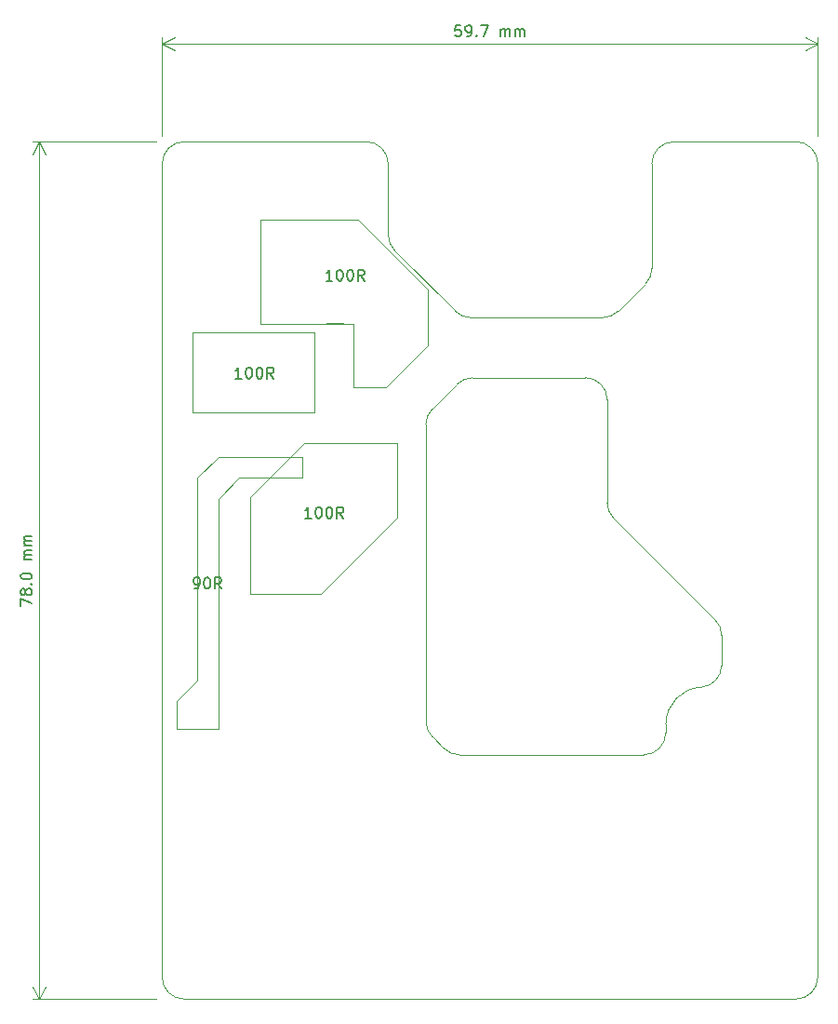
<source format=gbr>
G04 #@! TF.GenerationSoftware,KiCad,Pcbnew,9.0.3*
G04 #@! TF.CreationDate,2026-01-27T18:52:10+01:00*
G04 #@! TF.ProjectId,CM5IO,434d3549-4f2e-46b6-9963-61645f706362,rev?*
G04 #@! TF.SameCoordinates,Original*
G04 #@! TF.FileFunction,Other,ECO1*
%FSLAX46Y46*%
G04 Gerber Fmt 4.6, Leading zero omitted, Abs format (unit mm)*
G04 Created by KiCad (PCBNEW 9.0.3) date 2026-01-27 18:52:10*
%MOMM*%
%LPD*%
G01*
G04 APERTURE LIST*
%ADD10C,0.150000*%
%ADD11C,0.100000*%
G04 #@! TA.AperFunction,Profile*
%ADD12C,0.050000*%
G04 #@! TD*
G04 APERTURE END LIST*
D10*
X161776988Y-81170019D02*
X161205560Y-81170019D01*
X161491274Y-81170019D02*
X161491274Y-80170019D01*
X161491274Y-80170019D02*
X161396036Y-80312876D01*
X161396036Y-80312876D02*
X161300798Y-80408114D01*
X161300798Y-80408114D02*
X161205560Y-80455733D01*
X162396036Y-80170019D02*
X162491274Y-80170019D01*
X162491274Y-80170019D02*
X162586512Y-80217638D01*
X162586512Y-80217638D02*
X162634131Y-80265257D01*
X162634131Y-80265257D02*
X162681750Y-80360495D01*
X162681750Y-80360495D02*
X162729369Y-80550971D01*
X162729369Y-80550971D02*
X162729369Y-80789066D01*
X162729369Y-80789066D02*
X162681750Y-80979542D01*
X162681750Y-80979542D02*
X162634131Y-81074780D01*
X162634131Y-81074780D02*
X162586512Y-81122400D01*
X162586512Y-81122400D02*
X162491274Y-81170019D01*
X162491274Y-81170019D02*
X162396036Y-81170019D01*
X162396036Y-81170019D02*
X162300798Y-81122400D01*
X162300798Y-81122400D02*
X162253179Y-81074780D01*
X162253179Y-81074780D02*
X162205560Y-80979542D01*
X162205560Y-80979542D02*
X162157941Y-80789066D01*
X162157941Y-80789066D02*
X162157941Y-80550971D01*
X162157941Y-80550971D02*
X162205560Y-80360495D01*
X162205560Y-80360495D02*
X162253179Y-80265257D01*
X162253179Y-80265257D02*
X162300798Y-80217638D01*
X162300798Y-80217638D02*
X162396036Y-80170019D01*
X163348417Y-80170019D02*
X163443655Y-80170019D01*
X163443655Y-80170019D02*
X163538893Y-80217638D01*
X163538893Y-80217638D02*
X163586512Y-80265257D01*
X163586512Y-80265257D02*
X163634131Y-80360495D01*
X163634131Y-80360495D02*
X163681750Y-80550971D01*
X163681750Y-80550971D02*
X163681750Y-80789066D01*
X163681750Y-80789066D02*
X163634131Y-80979542D01*
X163634131Y-80979542D02*
X163586512Y-81074780D01*
X163586512Y-81074780D02*
X163538893Y-81122400D01*
X163538893Y-81122400D02*
X163443655Y-81170019D01*
X163443655Y-81170019D02*
X163348417Y-81170019D01*
X163348417Y-81170019D02*
X163253179Y-81122400D01*
X163253179Y-81122400D02*
X163205560Y-81074780D01*
X163205560Y-81074780D02*
X163157941Y-80979542D01*
X163157941Y-80979542D02*
X163110322Y-80789066D01*
X163110322Y-80789066D02*
X163110322Y-80550971D01*
X163110322Y-80550971D02*
X163157941Y-80360495D01*
X163157941Y-80360495D02*
X163205560Y-80265257D01*
X163205560Y-80265257D02*
X163253179Y-80217638D01*
X163253179Y-80217638D02*
X163348417Y-80170019D01*
X164681750Y-81170019D02*
X164348417Y-80693828D01*
X164110322Y-81170019D02*
X164110322Y-80170019D01*
X164110322Y-80170019D02*
X164491274Y-80170019D01*
X164491274Y-80170019D02*
X164586512Y-80217638D01*
X164586512Y-80217638D02*
X164634131Y-80265257D01*
X164634131Y-80265257D02*
X164681750Y-80360495D01*
X164681750Y-80360495D02*
X164681750Y-80503352D01*
X164681750Y-80503352D02*
X164634131Y-80598590D01*
X164634131Y-80598590D02*
X164586512Y-80646209D01*
X164586512Y-80646209D02*
X164491274Y-80693828D01*
X164491274Y-80693828D02*
X164110322Y-80693828D01*
D11*
X170441400Y-81944722D02*
X170441400Y-87015200D01*
X166631400Y-90825200D01*
X163657800Y-90825200D01*
X163657800Y-85110200D01*
X155201400Y-85110200D01*
X155201400Y-75585200D01*
X164081878Y-75585200D01*
X170441400Y-81944722D01*
D10*
X153521988Y-90060019D02*
X152950560Y-90060019D01*
X153236274Y-90060019D02*
X153236274Y-89060019D01*
X153236274Y-89060019D02*
X153141036Y-89202876D01*
X153141036Y-89202876D02*
X153045798Y-89298114D01*
X153045798Y-89298114D02*
X152950560Y-89345733D01*
X154141036Y-89060019D02*
X154236274Y-89060019D01*
X154236274Y-89060019D02*
X154331512Y-89107638D01*
X154331512Y-89107638D02*
X154379131Y-89155257D01*
X154379131Y-89155257D02*
X154426750Y-89250495D01*
X154426750Y-89250495D02*
X154474369Y-89440971D01*
X154474369Y-89440971D02*
X154474369Y-89679066D01*
X154474369Y-89679066D02*
X154426750Y-89869542D01*
X154426750Y-89869542D02*
X154379131Y-89964780D01*
X154379131Y-89964780D02*
X154331512Y-90012400D01*
X154331512Y-90012400D02*
X154236274Y-90060019D01*
X154236274Y-90060019D02*
X154141036Y-90060019D01*
X154141036Y-90060019D02*
X154045798Y-90012400D01*
X154045798Y-90012400D02*
X153998179Y-89964780D01*
X153998179Y-89964780D02*
X153950560Y-89869542D01*
X153950560Y-89869542D02*
X153902941Y-89679066D01*
X153902941Y-89679066D02*
X153902941Y-89440971D01*
X153902941Y-89440971D02*
X153950560Y-89250495D01*
X153950560Y-89250495D02*
X153998179Y-89155257D01*
X153998179Y-89155257D02*
X154045798Y-89107638D01*
X154045798Y-89107638D02*
X154141036Y-89060019D01*
X155093417Y-89060019D02*
X155188655Y-89060019D01*
X155188655Y-89060019D02*
X155283893Y-89107638D01*
X155283893Y-89107638D02*
X155331512Y-89155257D01*
X155331512Y-89155257D02*
X155379131Y-89250495D01*
X155379131Y-89250495D02*
X155426750Y-89440971D01*
X155426750Y-89440971D02*
X155426750Y-89679066D01*
X155426750Y-89679066D02*
X155379131Y-89869542D01*
X155379131Y-89869542D02*
X155331512Y-89964780D01*
X155331512Y-89964780D02*
X155283893Y-90012400D01*
X155283893Y-90012400D02*
X155188655Y-90060019D01*
X155188655Y-90060019D02*
X155093417Y-90060019D01*
X155093417Y-90060019D02*
X154998179Y-90012400D01*
X154998179Y-90012400D02*
X154950560Y-89964780D01*
X154950560Y-89964780D02*
X154902941Y-89869542D01*
X154902941Y-89869542D02*
X154855322Y-89679066D01*
X154855322Y-89679066D02*
X154855322Y-89440971D01*
X154855322Y-89440971D02*
X154902941Y-89250495D01*
X154902941Y-89250495D02*
X154950560Y-89155257D01*
X154950560Y-89155257D02*
X154998179Y-89107638D01*
X154998179Y-89107638D02*
X155093417Y-89060019D01*
X156426750Y-90060019D02*
X156093417Y-89583828D01*
X155855322Y-90060019D02*
X155855322Y-89060019D01*
X155855322Y-89060019D02*
X156236274Y-89060019D01*
X156236274Y-89060019D02*
X156331512Y-89107638D01*
X156331512Y-89107638D02*
X156379131Y-89155257D01*
X156379131Y-89155257D02*
X156426750Y-89250495D01*
X156426750Y-89250495D02*
X156426750Y-89393352D01*
X156426750Y-89393352D02*
X156379131Y-89488590D01*
X156379131Y-89488590D02*
X156331512Y-89536209D01*
X156331512Y-89536209D02*
X156236274Y-89583828D01*
X156236274Y-89583828D02*
X155855322Y-89583828D01*
X159871988Y-102760019D02*
X159300560Y-102760019D01*
X159586274Y-102760019D02*
X159586274Y-101760019D01*
X159586274Y-101760019D02*
X159491036Y-101902876D01*
X159491036Y-101902876D02*
X159395798Y-101998114D01*
X159395798Y-101998114D02*
X159300560Y-102045733D01*
X160491036Y-101760019D02*
X160586274Y-101760019D01*
X160586274Y-101760019D02*
X160681512Y-101807638D01*
X160681512Y-101807638D02*
X160729131Y-101855257D01*
X160729131Y-101855257D02*
X160776750Y-101950495D01*
X160776750Y-101950495D02*
X160824369Y-102140971D01*
X160824369Y-102140971D02*
X160824369Y-102379066D01*
X160824369Y-102379066D02*
X160776750Y-102569542D01*
X160776750Y-102569542D02*
X160729131Y-102664780D01*
X160729131Y-102664780D02*
X160681512Y-102712400D01*
X160681512Y-102712400D02*
X160586274Y-102760019D01*
X160586274Y-102760019D02*
X160491036Y-102760019D01*
X160491036Y-102760019D02*
X160395798Y-102712400D01*
X160395798Y-102712400D02*
X160348179Y-102664780D01*
X160348179Y-102664780D02*
X160300560Y-102569542D01*
X160300560Y-102569542D02*
X160252941Y-102379066D01*
X160252941Y-102379066D02*
X160252941Y-102140971D01*
X160252941Y-102140971D02*
X160300560Y-101950495D01*
X160300560Y-101950495D02*
X160348179Y-101855257D01*
X160348179Y-101855257D02*
X160395798Y-101807638D01*
X160395798Y-101807638D02*
X160491036Y-101760019D01*
X161443417Y-101760019D02*
X161538655Y-101760019D01*
X161538655Y-101760019D02*
X161633893Y-101807638D01*
X161633893Y-101807638D02*
X161681512Y-101855257D01*
X161681512Y-101855257D02*
X161729131Y-101950495D01*
X161729131Y-101950495D02*
X161776750Y-102140971D01*
X161776750Y-102140971D02*
X161776750Y-102379066D01*
X161776750Y-102379066D02*
X161729131Y-102569542D01*
X161729131Y-102569542D02*
X161681512Y-102664780D01*
X161681512Y-102664780D02*
X161633893Y-102712400D01*
X161633893Y-102712400D02*
X161538655Y-102760019D01*
X161538655Y-102760019D02*
X161443417Y-102760019D01*
X161443417Y-102760019D02*
X161348179Y-102712400D01*
X161348179Y-102712400D02*
X161300560Y-102664780D01*
X161300560Y-102664780D02*
X161252941Y-102569542D01*
X161252941Y-102569542D02*
X161205322Y-102379066D01*
X161205322Y-102379066D02*
X161205322Y-102140971D01*
X161205322Y-102140971D02*
X161252941Y-101950495D01*
X161252941Y-101950495D02*
X161300560Y-101855257D01*
X161300560Y-101855257D02*
X161348179Y-101807638D01*
X161348179Y-101807638D02*
X161443417Y-101760019D01*
X162776750Y-102760019D02*
X162443417Y-102283828D01*
X162205322Y-102760019D02*
X162205322Y-101760019D01*
X162205322Y-101760019D02*
X162586274Y-101760019D01*
X162586274Y-101760019D02*
X162681512Y-101807638D01*
X162681512Y-101807638D02*
X162729131Y-101855257D01*
X162729131Y-101855257D02*
X162776750Y-101950495D01*
X162776750Y-101950495D02*
X162776750Y-102093352D01*
X162776750Y-102093352D02*
X162729131Y-102188590D01*
X162729131Y-102188590D02*
X162681512Y-102236209D01*
X162681512Y-102236209D02*
X162586274Y-102283828D01*
X162586274Y-102283828D02*
X162205322Y-102283828D01*
X149235798Y-109160819D02*
X149426274Y-109160819D01*
X149426274Y-109160819D02*
X149521512Y-109113200D01*
X149521512Y-109113200D02*
X149569131Y-109065580D01*
X149569131Y-109065580D02*
X149664369Y-108922723D01*
X149664369Y-108922723D02*
X149711988Y-108732247D01*
X149711988Y-108732247D02*
X149711988Y-108351295D01*
X149711988Y-108351295D02*
X149664369Y-108256057D01*
X149664369Y-108256057D02*
X149616750Y-108208438D01*
X149616750Y-108208438D02*
X149521512Y-108160819D01*
X149521512Y-108160819D02*
X149331036Y-108160819D01*
X149331036Y-108160819D02*
X149235798Y-108208438D01*
X149235798Y-108208438D02*
X149188179Y-108256057D01*
X149188179Y-108256057D02*
X149140560Y-108351295D01*
X149140560Y-108351295D02*
X149140560Y-108589390D01*
X149140560Y-108589390D02*
X149188179Y-108684628D01*
X149188179Y-108684628D02*
X149235798Y-108732247D01*
X149235798Y-108732247D02*
X149331036Y-108779866D01*
X149331036Y-108779866D02*
X149521512Y-108779866D01*
X149521512Y-108779866D02*
X149616750Y-108732247D01*
X149616750Y-108732247D02*
X149664369Y-108684628D01*
X149664369Y-108684628D02*
X149711988Y-108589390D01*
X150331036Y-108160819D02*
X150426274Y-108160819D01*
X150426274Y-108160819D02*
X150521512Y-108208438D01*
X150521512Y-108208438D02*
X150569131Y-108256057D01*
X150569131Y-108256057D02*
X150616750Y-108351295D01*
X150616750Y-108351295D02*
X150664369Y-108541771D01*
X150664369Y-108541771D02*
X150664369Y-108779866D01*
X150664369Y-108779866D02*
X150616750Y-108970342D01*
X150616750Y-108970342D02*
X150569131Y-109065580D01*
X150569131Y-109065580D02*
X150521512Y-109113200D01*
X150521512Y-109113200D02*
X150426274Y-109160819D01*
X150426274Y-109160819D02*
X150331036Y-109160819D01*
X150331036Y-109160819D02*
X150235798Y-109113200D01*
X150235798Y-109113200D02*
X150188179Y-109065580D01*
X150188179Y-109065580D02*
X150140560Y-108970342D01*
X150140560Y-108970342D02*
X150092941Y-108779866D01*
X150092941Y-108779866D02*
X150092941Y-108541771D01*
X150092941Y-108541771D02*
X150140560Y-108351295D01*
X150140560Y-108351295D02*
X150188179Y-108256057D01*
X150188179Y-108256057D02*
X150235798Y-108208438D01*
X150235798Y-108208438D02*
X150331036Y-108160819D01*
X151664369Y-109160819D02*
X151331036Y-108684628D01*
X151092941Y-109160819D02*
X151092941Y-108160819D01*
X151092941Y-108160819D02*
X151473893Y-108160819D01*
X151473893Y-108160819D02*
X151569131Y-108208438D01*
X151569131Y-108208438D02*
X151616750Y-108256057D01*
X151616750Y-108256057D02*
X151664369Y-108351295D01*
X151664369Y-108351295D02*
X151664369Y-108494152D01*
X151664369Y-108494152D02*
X151616750Y-108589390D01*
X151616750Y-108589390D02*
X151569131Y-108637009D01*
X151569131Y-108637009D02*
X151473893Y-108684628D01*
X151473893Y-108684628D02*
X151092941Y-108684628D01*
D11*
X159011400Y-99080200D02*
X153296400Y-99080200D01*
X151391400Y-100985200D01*
X151391400Y-121940200D01*
X147581400Y-121940200D01*
X147581400Y-119400200D01*
X149486400Y-117495200D01*
X149486400Y-99080200D01*
X151391400Y-97188000D01*
X159011400Y-97175200D01*
X159011400Y-99080200D01*
X167700000Y-102685000D02*
X160715000Y-109670000D01*
X154257400Y-109670000D01*
X154257400Y-100887600D01*
X159239800Y-95905200D01*
X167700000Y-95905200D01*
X167700000Y-102685000D01*
X149029200Y-85872200D02*
X160103600Y-85872200D01*
X160103600Y-93111200D01*
X149029200Y-93111200D01*
X149029200Y-85872200D01*
X161272000Y-85034000D02*
X162796000Y-85034000D01*
D10*
X133414819Y-110751094D02*
X133414819Y-110084428D01*
X133414819Y-110084428D02*
X134414819Y-110512999D01*
X133843390Y-109560618D02*
X133795771Y-109655856D01*
X133795771Y-109655856D02*
X133748152Y-109703475D01*
X133748152Y-109703475D02*
X133652914Y-109751094D01*
X133652914Y-109751094D02*
X133605295Y-109751094D01*
X133605295Y-109751094D02*
X133510057Y-109703475D01*
X133510057Y-109703475D02*
X133462438Y-109655856D01*
X133462438Y-109655856D02*
X133414819Y-109560618D01*
X133414819Y-109560618D02*
X133414819Y-109370142D01*
X133414819Y-109370142D02*
X133462438Y-109274904D01*
X133462438Y-109274904D02*
X133510057Y-109227285D01*
X133510057Y-109227285D02*
X133605295Y-109179666D01*
X133605295Y-109179666D02*
X133652914Y-109179666D01*
X133652914Y-109179666D02*
X133748152Y-109227285D01*
X133748152Y-109227285D02*
X133795771Y-109274904D01*
X133795771Y-109274904D02*
X133843390Y-109370142D01*
X133843390Y-109370142D02*
X133843390Y-109560618D01*
X133843390Y-109560618D02*
X133891009Y-109655856D01*
X133891009Y-109655856D02*
X133938628Y-109703475D01*
X133938628Y-109703475D02*
X134033866Y-109751094D01*
X134033866Y-109751094D02*
X134224342Y-109751094D01*
X134224342Y-109751094D02*
X134319580Y-109703475D01*
X134319580Y-109703475D02*
X134367200Y-109655856D01*
X134367200Y-109655856D02*
X134414819Y-109560618D01*
X134414819Y-109560618D02*
X134414819Y-109370142D01*
X134414819Y-109370142D02*
X134367200Y-109274904D01*
X134367200Y-109274904D02*
X134319580Y-109227285D01*
X134319580Y-109227285D02*
X134224342Y-109179666D01*
X134224342Y-109179666D02*
X134033866Y-109179666D01*
X134033866Y-109179666D02*
X133938628Y-109227285D01*
X133938628Y-109227285D02*
X133891009Y-109274904D01*
X133891009Y-109274904D02*
X133843390Y-109370142D01*
X134319580Y-108751094D02*
X134367200Y-108703475D01*
X134367200Y-108703475D02*
X134414819Y-108751094D01*
X134414819Y-108751094D02*
X134367200Y-108798713D01*
X134367200Y-108798713D02*
X134319580Y-108751094D01*
X134319580Y-108751094D02*
X134414819Y-108751094D01*
X133414819Y-108084428D02*
X133414819Y-107989190D01*
X133414819Y-107989190D02*
X133462438Y-107893952D01*
X133462438Y-107893952D02*
X133510057Y-107846333D01*
X133510057Y-107846333D02*
X133605295Y-107798714D01*
X133605295Y-107798714D02*
X133795771Y-107751095D01*
X133795771Y-107751095D02*
X134033866Y-107751095D01*
X134033866Y-107751095D02*
X134224342Y-107798714D01*
X134224342Y-107798714D02*
X134319580Y-107846333D01*
X134319580Y-107846333D02*
X134367200Y-107893952D01*
X134367200Y-107893952D02*
X134414819Y-107989190D01*
X134414819Y-107989190D02*
X134414819Y-108084428D01*
X134414819Y-108084428D02*
X134367200Y-108179666D01*
X134367200Y-108179666D02*
X134319580Y-108227285D01*
X134319580Y-108227285D02*
X134224342Y-108274904D01*
X134224342Y-108274904D02*
X134033866Y-108322523D01*
X134033866Y-108322523D02*
X133795771Y-108322523D01*
X133795771Y-108322523D02*
X133605295Y-108274904D01*
X133605295Y-108274904D02*
X133510057Y-108227285D01*
X133510057Y-108227285D02*
X133462438Y-108179666D01*
X133462438Y-108179666D02*
X133414819Y-108084428D01*
X134414819Y-106560618D02*
X133748152Y-106560618D01*
X133843390Y-106560618D02*
X133795771Y-106512999D01*
X133795771Y-106512999D02*
X133748152Y-106417761D01*
X133748152Y-106417761D02*
X133748152Y-106274904D01*
X133748152Y-106274904D02*
X133795771Y-106179666D01*
X133795771Y-106179666D02*
X133891009Y-106132047D01*
X133891009Y-106132047D02*
X134414819Y-106132047D01*
X133891009Y-106132047D02*
X133795771Y-106084428D01*
X133795771Y-106084428D02*
X133748152Y-105989190D01*
X133748152Y-105989190D02*
X133748152Y-105846333D01*
X133748152Y-105846333D02*
X133795771Y-105751094D01*
X133795771Y-105751094D02*
X133891009Y-105703475D01*
X133891009Y-105703475D02*
X134414819Y-105703475D01*
X134414819Y-105227285D02*
X133748152Y-105227285D01*
X133843390Y-105227285D02*
X133795771Y-105179666D01*
X133795771Y-105179666D02*
X133748152Y-105084428D01*
X133748152Y-105084428D02*
X133748152Y-104941571D01*
X133748152Y-104941571D02*
X133795771Y-104846333D01*
X133795771Y-104846333D02*
X133891009Y-104798714D01*
X133891009Y-104798714D02*
X134414819Y-104798714D01*
X133891009Y-104798714D02*
X133795771Y-104751095D01*
X133795771Y-104751095D02*
X133748152Y-104655857D01*
X133748152Y-104655857D02*
X133748152Y-104513000D01*
X133748152Y-104513000D02*
X133795771Y-104417761D01*
X133795771Y-104417761D02*
X133891009Y-104370142D01*
X133891009Y-104370142D02*
X134414819Y-104370142D01*
D11*
X145786000Y-68524000D02*
X134523580Y-68524000D01*
X134523580Y-146502000D02*
X145786000Y-146502000D01*
X135110000Y-68524000D02*
X135110000Y-146502000D01*
X135110000Y-68524000D02*
X135696421Y-69650504D01*
X135110000Y-68524000D02*
X134523579Y-69650504D01*
X135110000Y-146502000D02*
X134523579Y-145375496D01*
X135110000Y-146502000D02*
X135696421Y-145375496D01*
D10*
X173464333Y-57938819D02*
X172988143Y-57938819D01*
X172988143Y-57938819D02*
X172940524Y-58415009D01*
X172940524Y-58415009D02*
X172988143Y-58367390D01*
X172988143Y-58367390D02*
X173083381Y-58319771D01*
X173083381Y-58319771D02*
X173321476Y-58319771D01*
X173321476Y-58319771D02*
X173416714Y-58367390D01*
X173416714Y-58367390D02*
X173464333Y-58415009D01*
X173464333Y-58415009D02*
X173511952Y-58510247D01*
X173511952Y-58510247D02*
X173511952Y-58748342D01*
X173511952Y-58748342D02*
X173464333Y-58843580D01*
X173464333Y-58843580D02*
X173416714Y-58891200D01*
X173416714Y-58891200D02*
X173321476Y-58938819D01*
X173321476Y-58938819D02*
X173083381Y-58938819D01*
X173083381Y-58938819D02*
X172988143Y-58891200D01*
X172988143Y-58891200D02*
X172940524Y-58843580D01*
X173988143Y-58938819D02*
X174178619Y-58938819D01*
X174178619Y-58938819D02*
X174273857Y-58891200D01*
X174273857Y-58891200D02*
X174321476Y-58843580D01*
X174321476Y-58843580D02*
X174416714Y-58700723D01*
X174416714Y-58700723D02*
X174464333Y-58510247D01*
X174464333Y-58510247D02*
X174464333Y-58129295D01*
X174464333Y-58129295D02*
X174416714Y-58034057D01*
X174416714Y-58034057D02*
X174369095Y-57986438D01*
X174369095Y-57986438D02*
X174273857Y-57938819D01*
X174273857Y-57938819D02*
X174083381Y-57938819D01*
X174083381Y-57938819D02*
X173988143Y-57986438D01*
X173988143Y-57986438D02*
X173940524Y-58034057D01*
X173940524Y-58034057D02*
X173892905Y-58129295D01*
X173892905Y-58129295D02*
X173892905Y-58367390D01*
X173892905Y-58367390D02*
X173940524Y-58462628D01*
X173940524Y-58462628D02*
X173988143Y-58510247D01*
X173988143Y-58510247D02*
X174083381Y-58557866D01*
X174083381Y-58557866D02*
X174273857Y-58557866D01*
X174273857Y-58557866D02*
X174369095Y-58510247D01*
X174369095Y-58510247D02*
X174416714Y-58462628D01*
X174416714Y-58462628D02*
X174464333Y-58367390D01*
X174892905Y-58843580D02*
X174940524Y-58891200D01*
X174940524Y-58891200D02*
X174892905Y-58938819D01*
X174892905Y-58938819D02*
X174845286Y-58891200D01*
X174845286Y-58891200D02*
X174892905Y-58843580D01*
X174892905Y-58843580D02*
X174892905Y-58938819D01*
X175273857Y-57938819D02*
X175940523Y-57938819D01*
X175940523Y-57938819D02*
X175511952Y-58938819D01*
X177083381Y-58938819D02*
X177083381Y-58272152D01*
X177083381Y-58367390D02*
X177131000Y-58319771D01*
X177131000Y-58319771D02*
X177226238Y-58272152D01*
X177226238Y-58272152D02*
X177369095Y-58272152D01*
X177369095Y-58272152D02*
X177464333Y-58319771D01*
X177464333Y-58319771D02*
X177511952Y-58415009D01*
X177511952Y-58415009D02*
X177511952Y-58938819D01*
X177511952Y-58415009D02*
X177559571Y-58319771D01*
X177559571Y-58319771D02*
X177654809Y-58272152D01*
X177654809Y-58272152D02*
X177797666Y-58272152D01*
X177797666Y-58272152D02*
X177892905Y-58319771D01*
X177892905Y-58319771D02*
X177940524Y-58415009D01*
X177940524Y-58415009D02*
X177940524Y-58938819D01*
X178416714Y-58938819D02*
X178416714Y-58272152D01*
X178416714Y-58367390D02*
X178464333Y-58319771D01*
X178464333Y-58319771D02*
X178559571Y-58272152D01*
X178559571Y-58272152D02*
X178702428Y-58272152D01*
X178702428Y-58272152D02*
X178797666Y-58319771D01*
X178797666Y-58319771D02*
X178845285Y-58415009D01*
X178845285Y-58415009D02*
X178845285Y-58938819D01*
X178845285Y-58415009D02*
X178892904Y-58319771D01*
X178892904Y-58319771D02*
X178988142Y-58272152D01*
X178988142Y-58272152D02*
X179130999Y-58272152D01*
X179130999Y-58272152D02*
X179226238Y-58319771D01*
X179226238Y-58319771D02*
X179273857Y-58415009D01*
X179273857Y-58415009D02*
X179273857Y-58938819D01*
D11*
X146286000Y-68024000D02*
X146286000Y-59047580D01*
X205976000Y-59047580D02*
X205976000Y-68024000D01*
X146286000Y-59634000D02*
X205976000Y-59634000D01*
X146286000Y-59634000D02*
X147412504Y-59047579D01*
X146286000Y-59634000D02*
X147412504Y-60220421D01*
X205976000Y-59634000D02*
X204849496Y-60220421D01*
X205976000Y-59634000D02*
X204849496Y-59047579D01*
D12*
X170288978Y-121225633D02*
X170289000Y-94244427D01*
X173340373Y-124277000D02*
G75*
G02*
X171926143Y-123691229I-73J1999900D01*
G01*
X164860000Y-68524000D02*
G75*
G02*
X166860000Y-70524000I0J-2000000D01*
G01*
X170289000Y-94244427D02*
G75*
G02*
X170874773Y-92830199I2000000J27D01*
G01*
X190863000Y-80046323D02*
G75*
G02*
X190277223Y-81460545I-2000100J23D01*
G01*
X174546427Y-89987000D02*
X184799000Y-89987000D01*
X197213000Y-113421427D02*
X197213000Y-116141816D01*
X205976000Y-70524000D02*
X205976000Y-144502000D01*
X174387677Y-84526000D02*
G75*
G02*
X172973455Y-83940223I23J2000100D01*
G01*
X167445787Y-78412537D02*
G75*
G02*
X166859984Y-76998323I1414213J1414237D01*
G01*
X187384787Y-102764787D02*
X196627214Y-112007214D01*
X146286000Y-70524000D02*
G75*
G02*
X148286000Y-68524000I2000000J0D01*
G01*
X187797537Y-83940213D02*
X190277214Y-81460536D01*
X192133000Y-121500001D02*
G75*
G02*
X195370953Y-118135383I3369900J-2699D01*
G01*
X146286000Y-144502000D02*
X146286000Y-70524000D01*
X148286000Y-68524000D02*
X164860000Y-68524000D01*
X148286000Y-146502000D02*
G75*
G02*
X146286000Y-144502000I0J2000000D01*
G01*
X196627214Y-112007214D02*
G75*
G02*
X197213022Y-113421427I-1414314J-1414286D01*
G01*
X197212290Y-116141816D02*
G75*
G02*
X195371779Y-118135421I-1999990J16D01*
G01*
X192133000Y-122277000D02*
G75*
G02*
X190133000Y-124277000I-2000000J0D01*
G01*
X187384787Y-102764787D02*
G75*
G02*
X186798978Y-101350573I1414313J1414287D01*
G01*
X167445787Y-78412537D02*
X172973464Y-83940214D01*
X205976000Y-144502000D02*
G75*
G02*
X203976000Y-146502000I-2000000J0D01*
G01*
X170874786Y-122639846D02*
G75*
G02*
X170288977Y-121225633I1414214J1414246D01*
G01*
X184799000Y-89987000D02*
G75*
G02*
X186799000Y-91987000I0J-2000000D01*
G01*
X166860000Y-70524000D02*
X166860000Y-76998323D01*
X190863000Y-70524000D02*
G75*
G02*
X192863000Y-68524000I2000000J0D01*
G01*
X190133000Y-124277000D02*
X173340373Y-124277000D01*
X203976000Y-68524000D02*
G75*
G02*
X205976000Y-70524000I0J-2000000D01*
G01*
X203976000Y-146502000D02*
X148286000Y-146502000D01*
X190863000Y-80046323D02*
X190863000Y-70524000D01*
X174387677Y-84526000D02*
X186383323Y-84526000D01*
X186799000Y-91987000D02*
X186799000Y-101350573D01*
X171925713Y-123691213D02*
X170874786Y-122640286D01*
X192133000Y-121500001D02*
X192133000Y-122277000D01*
X170874787Y-92830213D02*
X173132214Y-90572786D01*
X192863000Y-68524000D02*
X203976000Y-68524000D01*
X187797537Y-83940213D02*
G75*
G02*
X186383323Y-84526016I-1414237J1414213D01*
G01*
X173132214Y-90572786D02*
G75*
G02*
X174546427Y-89987019I1414186J-1414214D01*
G01*
M02*

</source>
